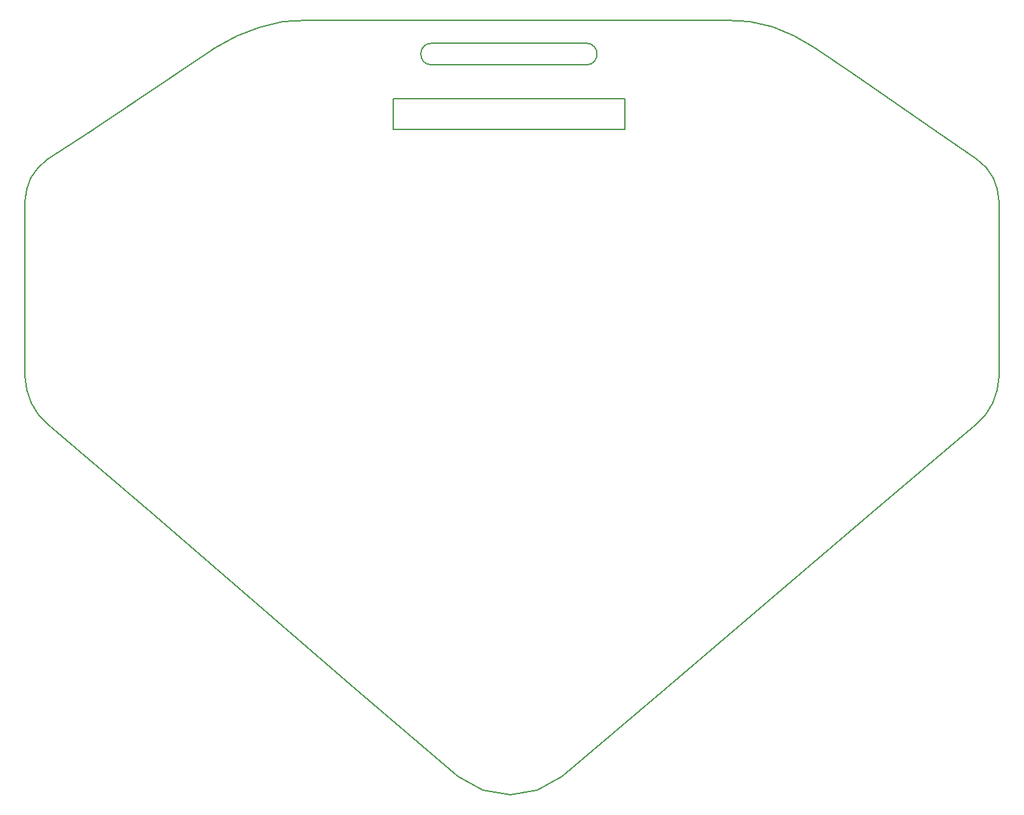
<source format=gm1>
G04 #@! TF.GenerationSoftware,KiCad,Pcbnew,(5.0.0-rc2-dev-321-g78161b592)*
G04 #@! TF.CreationDate,2018-05-29T00:04:35-06:00*
G04 #@! TF.ProjectId,dragon,647261676F6E2E6B696361645F706362,1.0*
G04 #@! TF.SameCoordinates,Original*
G04 #@! TF.FileFunction,Profile,NP*
%FSLAX46Y46*%
G04 Gerber Fmt 4.6, Leading zero omitted, Abs format (unit mm)*
G04 Created by KiCad (PCBNEW (5.0.0-rc2-dev-321-g78161b592)) date 05/29/18 00:04:35*
%MOMM*%
%LPD*%
G01*
G04 APERTURE LIST*
%ADD10C,0.150000*%
%ADD11C,0.200000*%
G04 APERTURE END LIST*
D10*
X126000000Y-68500000D02*
X126000000Y-64500000D01*
X156000000Y-68500000D02*
X126000000Y-68500000D01*
X156000000Y-64500000D02*
X156000000Y-68500000D01*
X126000000Y-64500000D02*
X156000000Y-64500000D01*
X151000000Y-57300000D02*
G75*
G02X151000000Y-60100000I0J-1400000D01*
G01*
X131000000Y-60100000D02*
G75*
G02X131000000Y-57300000I0J1400000D01*
G01*
X131000000Y-60100000D02*
X151000000Y-60100000D01*
X131000000Y-57300000D02*
X151000000Y-57300000D01*
D11*
X141149424Y-154662586D02*
X144681170Y-154075487D01*
X137619000Y-154071629D02*
X141149424Y-154662586D01*
X134398139Y-152302944D02*
X137619000Y-154071629D01*
X134401667Y-152302944D02*
X134399903Y-152302944D01*
X161270104Y-140902930D02*
X174634208Y-129506444D01*
X134405195Y-152302062D02*
X134405195Y-152302944D01*
X81446195Y-106713472D02*
X94685945Y-118109958D01*
X134405195Y-152299416D02*
X134405195Y-152300298D01*
X147906000Y-152310000D02*
X147906000Y-152307354D01*
X147906000Y-152299416D02*
X161270104Y-140902930D01*
X134405195Y-152302944D02*
X134403431Y-152302944D01*
X94685945Y-118109958D02*
X107925695Y-129506444D01*
X107925695Y-129506444D02*
X121165445Y-140902930D01*
X134405195Y-152301180D02*
X134405195Y-152302062D01*
X134399903Y-152302944D02*
X134398139Y-152302944D01*
X81446195Y-106714354D02*
X81446195Y-106713472D01*
X134405195Y-152300298D02*
X134405195Y-152301180D01*
X147906000Y-152302062D02*
X147906000Y-152299416D01*
X134403431Y-152302944D02*
X134401667Y-152302944D01*
X147906000Y-152304708D02*
X147906000Y-152302062D01*
X147906000Y-152307354D02*
X147906000Y-152304708D01*
X121165445Y-140902930D02*
X134405195Y-152299416D01*
X144681170Y-154075487D02*
X147906000Y-152310000D01*
X204406889Y-100419916D02*
X204406007Y-100419034D01*
X204403361Y-77824500D02*
X204403361Y-77824500D01*
X204405125Y-100418152D02*
X204404243Y-100417270D01*
X204406007Y-100419034D02*
X204405125Y-100418152D01*
X203605642Y-103915062D02*
X204201561Y-102223382D01*
X174634208Y-129506444D02*
X187998313Y-118109958D01*
X201362417Y-106715236D02*
X201362417Y-106716118D01*
X201362417Y-106714354D02*
X201362417Y-106715236D01*
X204403361Y-89120444D02*
X204403361Y-83472472D01*
X204403361Y-94768416D02*
X204403361Y-89120444D01*
X204403361Y-83472472D02*
X204403361Y-77824500D01*
X201362417Y-106716118D02*
X201362417Y-106717000D01*
X204403361Y-100416389D02*
X204403361Y-94768416D01*
X202649229Y-105433440D02*
X203605642Y-103915062D01*
X204404243Y-100417270D02*
X204403361Y-100416389D01*
X201362417Y-106717000D02*
X202649229Y-105433440D01*
X204201561Y-102223382D02*
X204406889Y-100419916D01*
X201362417Y-106713472D02*
X201362417Y-106714354D01*
X187998313Y-118109958D02*
X201362417Y-106713472D01*
X141998736Y-54301277D02*
X128426493Y-54301277D01*
X108682403Y-55215413D02*
X105770774Y-56335758D01*
X180562088Y-57857222D02*
X180560875Y-57856836D01*
X180559662Y-57855789D02*
X180559111Y-57853750D01*
X172175127Y-54531410D02*
X169143222Y-54301277D01*
X180559111Y-57853750D02*
X177932019Y-56323852D01*
X180560875Y-57856836D02*
X180559662Y-57855789D01*
X114854250Y-54301277D02*
X111726324Y-54532292D01*
X169143222Y-54301277D02*
X155570979Y-54301277D01*
X81273333Y-72389076D02*
X81273333Y-72389958D01*
X103039722Y-57878444D02*
X97598125Y-61505882D01*
X155570979Y-54301277D02*
X141998736Y-54301277D01*
X175121042Y-55211003D02*
X172175127Y-54531410D01*
X81273333Y-72390840D02*
X81273333Y-72391722D01*
X81273333Y-72389958D02*
X81273333Y-72390840D01*
X81273333Y-72388194D02*
X81273333Y-72389076D01*
X86714931Y-68760757D02*
X81273333Y-72388194D01*
X111726324Y-54532292D02*
X108682403Y-55215413D01*
X177932019Y-56323852D02*
X175121042Y-55211003D01*
X92156528Y-65133319D02*
X86714931Y-68760757D01*
X97598125Y-61505882D02*
X92156528Y-65133319D01*
X105770774Y-56335758D02*
X103039722Y-57878444D01*
X128426493Y-54301277D02*
X114854250Y-54301277D01*
X81446195Y-106716118D02*
X81446195Y-106715236D01*
X81446195Y-106717000D02*
X81446195Y-106716118D01*
X79206056Y-103915062D02*
X80161422Y-105433440D01*
X78610523Y-102223382D02*
X79206056Y-103915062D01*
X81273333Y-72391722D02*
X80069149Y-73428392D01*
X78405250Y-100417270D02*
X78405250Y-100418152D01*
X78405250Y-83416909D02*
X78405250Y-89083402D01*
X78405250Y-100416389D02*
X78405250Y-100417270D01*
X78405250Y-77748652D02*
X78405250Y-77749534D01*
X78405250Y-77747770D02*
X78405250Y-77748652D01*
X80069149Y-73428392D02*
X79167250Y-74708149D01*
X80161422Y-105433440D02*
X81446195Y-106717000D01*
X78601372Y-76168484D02*
X78405250Y-77746889D01*
X78405250Y-100419916D02*
X78610523Y-102223382D01*
X78405250Y-100418152D02*
X78405250Y-100419034D01*
X78405250Y-89083402D02*
X78405250Y-94749895D01*
X78405250Y-77750416D02*
X78405250Y-83416909D01*
X78405250Y-77746889D02*
X78405250Y-77747770D01*
X79167250Y-74708149D02*
X78601372Y-76168484D01*
X78405250Y-77749534D02*
X78405250Y-77750416D01*
X78405250Y-94749895D02*
X78405250Y-100416389D01*
X78405250Y-100419034D02*
X78405250Y-100419916D01*
X81446195Y-106715236D02*
X81446195Y-106714354D01*
X204403361Y-77824500D02*
X204404243Y-77825382D01*
X201501764Y-72300000D02*
X201500882Y-72300000D01*
X201502646Y-72300000D02*
X201501764Y-72300000D01*
X204405125Y-77826264D02*
X204406007Y-77827145D01*
X201503528Y-72300000D02*
X201502646Y-72300000D01*
X204208727Y-76208722D02*
X203636510Y-74705503D01*
X196265660Y-68689319D02*
X191031320Y-65078639D01*
X201500882Y-72300000D02*
X201500000Y-72300000D01*
X202723643Y-73381539D02*
X201503528Y-72300000D01*
X203636510Y-74705503D02*
X202723643Y-73381539D01*
X204406007Y-77827145D02*
X204406889Y-77828027D01*
X204406889Y-77828027D02*
X204208727Y-76208722D01*
X204404243Y-77825382D02*
X204405125Y-77826264D01*
X180562639Y-57857277D02*
X180562088Y-57857222D01*
X185796979Y-61467958D02*
X180562639Y-57857277D01*
X191031320Y-65078639D02*
X185796979Y-61467958D01*
X201500000Y-72300000D02*
X196265660Y-68689319D01*
M02*

</source>
